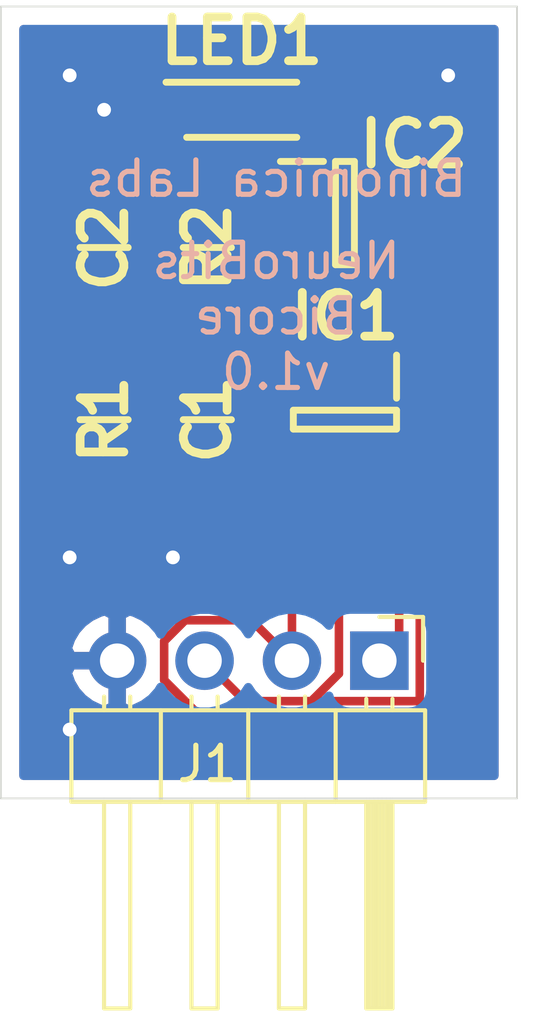
<source format=kicad_pcb>
(kicad_pcb (version 20171130) (host pcbnew "(5.1.9)-1")

  (general
    (thickness 1.6)
    (drawings 6)
    (tracks 61)
    (zones 0)
    (modules 8)
    (nets 8)
  )

  (page A4)
  (layers
    (0 F.Cu signal)
    (31 B.Cu signal hide)
    (32 B.Adhes user)
    (33 F.Adhes user)
    (34 B.Paste user hide)
    (35 F.Paste user)
    (36 B.SilkS user hide)
    (37 F.SilkS user)
    (38 B.Mask user)
    (39 F.Mask user)
    (40 Dwgs.User user hide)
    (41 Cmts.User user)
    (42 Eco1.User user)
    (43 Eco2.User user)
    (44 Edge.Cuts user)
    (45 Margin user)
    (46 B.CrtYd user hide)
    (47 F.CrtYd user hide)
    (48 B.Fab user)
    (49 F.Fab user)
  )

  (setup
    (last_trace_width 0.25)
    (user_trace_width 0.5)
    (trace_clearance 0.2)
    (zone_clearance 0.508)
    (zone_45_only no)
    (trace_min 0.2)
    (via_size 0.8)
    (via_drill 0.4)
    (via_min_size 0.4)
    (via_min_drill 0.3)
    (uvia_size 0.3)
    (uvia_drill 0.1)
    (uvias_allowed no)
    (uvia_min_size 0.2)
    (uvia_min_drill 0.1)
    (edge_width 0.05)
    (segment_width 0.2)
    (pcb_text_width 0.3)
    (pcb_text_size 1.5 1.5)
    (mod_edge_width 0.12)
    (mod_text_size 1 1)
    (mod_text_width 0.15)
    (pad_size 1.524 1.524)
    (pad_drill 0.762)
    (pad_to_mask_clearance 0)
    (aux_axis_origin 0 0)
    (visible_elements 7FFFFFFF)
    (pcbplotparams
      (layerselection 0x010fc_ffffffff)
      (usegerberextensions false)
      (usegerberattributes true)
      (usegerberadvancedattributes true)
      (creategerberjobfile true)
      (excludeedgelayer true)
      (linewidth 0.100000)
      (plotframeref false)
      (viasonmask false)
      (mode 1)
      (useauxorigin false)
      (hpglpennumber 1)
      (hpglpenspeed 20)
      (hpglpendiameter 15.000000)
      (psnegative false)
      (psa4output false)
      (plotreference true)
      (plotvalue true)
      (plotinvisibletext false)
      (padsonsilk false)
      (subtractmaskfromsilk false)
      (outputformat 1)
      (mirror false)
      (drillshape 0)
      (scaleselection 1)
      (outputdirectory "../../../../Desktop/bicore"))
  )

  (net 0 "")
  (net 1 INPUT)
  (net 2 "Net-(C1-Pad1)")
  (net 3 GND)
  (net 4 VCC)
  (net 5 "Net-(C2-Pad2)")
  (net 6 "Net-(C2-Pad1)")
  (net 7 OUTPUT)

  (net_class Default "This is the default net class."
    (clearance 0.2)
    (trace_width 0.25)
    (via_dia 0.8)
    (via_drill 0.4)
    (uvia_dia 0.3)
    (uvia_drill 0.1)
    (add_net GND)
    (add_net INPUT)
    (add_net "Net-(C1-Pad1)")
    (add_net "Net-(C2-Pad1)")
    (add_net "Net-(C2-Pad2)")
    (add_net OUTPUT)
    (add_net VCC)
  )

  (module SamacSys_Parts:RESC3216X65N (layer F.Cu) (tedit 5F3F01A4) (tstamp 60796E56)
    (at 113 -15 270)
    (descr RCS1206100RFKEA)
    (tags Resistor)
    (path /6073836C)
    (attr smd)
    (fp_text reference R2 (at 0 0 270) (layer F.SilkS)
      (effects (font (size 1.27 1.27) (thickness 0.254)))
    )
    (fp_text value RCS1206100RFKEA (at 3 -21 180) (layer F.SilkS) hide
      (effects (font (size 1.27 1.27) (thickness 0.254)))
    )
    (fp_line (start -2.275 -1.15) (end 2.275 -1.15) (layer Dwgs.User) (width 0.05))
    (fp_line (start 2.275 -1.15) (end 2.275 1.15) (layer Dwgs.User) (width 0.05))
    (fp_line (start 2.275 1.15) (end -2.275 1.15) (layer Dwgs.User) (width 0.05))
    (fp_line (start -2.275 1.15) (end -2.275 -1.15) (layer Dwgs.User) (width 0.05))
    (fp_line (start -1.575 -0.8) (end 1.575 -0.8) (layer Dwgs.User) (width 0.1))
    (fp_line (start 1.575 -0.8) (end 1.575 0.8) (layer Dwgs.User) (width 0.1))
    (fp_line (start 1.575 0.8) (end -1.575 0.8) (layer Dwgs.User) (width 0.1))
    (fp_line (start -1.575 0.8) (end -1.575 -0.8) (layer Dwgs.User) (width 0.1))
    (fp_line (start 0 -0.7) (end 0 0.7) (layer F.SilkS) (width 0.2))
    (pad 2 smd rect (at 1.5 0 270) (size 1.05 1.8) (layers F.Cu F.Paste F.Mask)
      (net 3 GND))
    (pad 1 smd rect (at -1.5 0 270) (size 1.05 1.8) (layers F.Cu F.Paste F.Mask)
      (net 6 "Net-(C2-Pad1)"))
  )

  (module SamacSys_Parts:RESC3216X65N (layer F.Cu) (tedit 5F3F01A4) (tstamp 60796DC7)
    (at 110 -10 270)
    (descr RCS1206100RFKEA)
    (tags Resistor)
    (path /6071E836)
    (attr smd)
    (fp_text reference R1 (at 0 0 270) (layer F.SilkS)
      (effects (font (size 1.27 1.27) (thickness 0.254)))
    )
    (fp_text value RCS1206100RFKEA (at 4 -24 180) (layer F.SilkS) hide
      (effects (font (size 1.27 1.27) (thickness 0.254)))
    )
    (fp_line (start -2.275 -1.15) (end 2.275 -1.15) (layer Dwgs.User) (width 0.05))
    (fp_line (start 2.275 -1.15) (end 2.275 1.15) (layer Dwgs.User) (width 0.05))
    (fp_line (start 2.275 1.15) (end -2.275 1.15) (layer Dwgs.User) (width 0.05))
    (fp_line (start -2.275 1.15) (end -2.275 -1.15) (layer Dwgs.User) (width 0.05))
    (fp_line (start -1.575 -0.8) (end 1.575 -0.8) (layer Dwgs.User) (width 0.1))
    (fp_line (start 1.575 -0.8) (end 1.575 0.8) (layer Dwgs.User) (width 0.1))
    (fp_line (start 1.575 0.8) (end -1.575 0.8) (layer Dwgs.User) (width 0.1))
    (fp_line (start -1.575 0.8) (end -1.575 -0.8) (layer Dwgs.User) (width 0.1))
    (fp_line (start 0 -0.7) (end 0 0.7) (layer F.SilkS) (width 0.2))
    (pad 2 smd rect (at 1.5 0 270) (size 1.05 1.8) (layers F.Cu F.Paste F.Mask)
      (net 3 GND))
    (pad 1 smd rect (at -1.5 0 270) (size 1.05 1.8) (layers F.Cu F.Paste F.Mask)
      (net 2 "Net-(C1-Pad1)"))
  )

  (module SamacSys_Parts:LEDM3216X130N (layer F.Cu) (tedit 6079126F) (tstamp 60796B44)
    (at 114 -19)
    (descr 156120RS75000)
    (tags LED)
    (path /60797BDE)
    (attr smd)
    (fp_text reference LED1 (at 0 -2) (layer F.SilkS)
      (effects (font (size 1.27 1.27) (thickness 0.254)))
    )
    (fp_text value 156120RS75000 (at 19 1) (layer F.SilkS) hide
      (effects (font (size 1.27 1.27) (thickness 0.254)))
    )
    (fp_line (start -2.45 -1.1) (end 2.45 -1.1) (layer Dwgs.User) (width 0.05))
    (fp_line (start 2.45 -1.1) (end 2.45 1.1) (layer Dwgs.User) (width 0.05))
    (fp_line (start 2.45 1.1) (end -2.45 1.1) (layer Dwgs.User) (width 0.05))
    (fp_line (start -2.45 1.1) (end -2.45 -1.1) (layer Dwgs.User) (width 0.05))
    (fp_line (start -1.6 -0.8) (end 1.6 -0.8) (layer Dwgs.User) (width 0.1))
    (fp_line (start 1.6 -0.8) (end 1.6 0.8) (layer Dwgs.User) (width 0.1))
    (fp_line (start 1.6 0.8) (end -1.6 0.8) (layer Dwgs.User) (width 0.1))
    (fp_line (start -1.6 0.8) (end -1.6 -0.8) (layer Dwgs.User) (width 0.1))
    (fp_line (start -1.6 -0.15) (end -0.95 -0.8) (layer Dwgs.User) (width 0.1))
    (fp_line (start 1.6 -0.8) (end -2.2 -0.8) (layer F.SilkS) (width 0.2))
    (fp_line (start -1.6 0.8) (end 1.6 0.8) (layer F.SilkS) (width 0.2))
    (pad 2 smd rect (at 1.55 0) (size 1.3 1.45) (layers F.Cu F.Paste F.Mask)
      (net 1 INPUT))
    (pad 1 smd rect (at -1.55 0) (size 1.3 1.45) (layers F.Cu F.Paste F.Mask)
      (net 7 OUTPUT))
  )

  (module SamacSys_Parts:SOT95P275X110-5N (layer F.Cu) (tedit 607321C8) (tstamp 6073A2BD)
    (at 117 -16)
    (descr NLTSOP-5)
    (tags "Integrated Circuit")
    (path /607383A1)
    (attr smd)
    (fp_text reference IC2 (at 2 -2) (layer F.SilkS)
      (effects (font (size 1.27 1.27) (thickness 0.254)))
    )
    (fp_text value NL17SZ14DBVT1G (at 16 0) (layer F.SilkS) hide
      (effects (font (size 1.27 1.27) (thickness 0.254)))
    )
    (fp_line (start -2.125 -1.825) (end 2.125 -1.825) (layer Dwgs.User) (width 0.05))
    (fp_line (start 2.125 -1.825) (end 2.125 1.825) (layer Dwgs.User) (width 0.05))
    (fp_line (start 2.125 1.825) (end -2.125 1.825) (layer Dwgs.User) (width 0.05))
    (fp_line (start -2.125 1.825) (end -2.125 -1.825) (layer Dwgs.User) (width 0.05))
    (fp_line (start -0.75 -1.5) (end 0.75 -1.5) (layer Dwgs.User) (width 0.1))
    (fp_line (start 0.75 -1.5) (end 0.75 1.5) (layer Dwgs.User) (width 0.1))
    (fp_line (start 0.75 1.5) (end -0.75 1.5) (layer Dwgs.User) (width 0.1))
    (fp_line (start -0.75 1.5) (end -0.75 -1.5) (layer Dwgs.User) (width 0.1))
    (fp_line (start -0.75 -0.55) (end 0.2 -1.5) (layer Dwgs.User) (width 0.1))
    (fp_line (start -0.275 -1.5) (end 0.275 -1.5) (layer F.SilkS) (width 0.2))
    (fp_line (start 0.275 -1.5) (end 0.275 1.5) (layer F.SilkS) (width 0.2))
    (fp_line (start 0.275 1.5) (end -0.275 1.5) (layer F.SilkS) (width 0.2))
    (fp_line (start -0.275 1.5) (end -0.275 -1.5) (layer F.SilkS) (width 0.2))
    (fp_line (start -1.875 -1.5) (end -0.625 -1.5) (layer F.SilkS) (width 0.2))
    (pad 5 smd rect (at 1.25 -0.95 90) (size 0.6 1.25) (layers F.Cu F.Paste F.Mask)
      (net 4 VCC))
    (pad 4 smd rect (at 1.25 0.95 90) (size 0.6 1.25) (layers F.Cu F.Paste F.Mask)
      (net 1 INPUT))
    (pad 3 smd rect (at -1.25 0.95 90) (size 0.6 1.25) (layers F.Cu F.Paste F.Mask)
      (net 3 GND))
    (pad 2 smd rect (at -1.25 0 90) (size 0.6 1.25) (layers F.Cu F.Paste F.Mask)
      (net 6 "Net-(C2-Pad1)"))
    (pad 1 smd rect (at -1.25 -0.95 90) (size 0.6 1.25) (layers F.Cu F.Paste F.Mask))
  )

  (module SamacSys_Parts:SOT95P275X110-5N (layer F.Cu) (tedit 607321C8) (tstamp 60739E3B)
    (at 117 -10 270)
    (descr NLTSOP-5)
    (tags "Integrated Circuit")
    (path /607324EA)
    (attr smd)
    (fp_text reference IC1 (at -3 0 180) (layer F.SilkS)
      (effects (font (size 1.27 1.27) (thickness 0.254)))
    )
    (fp_text value NL17SZ14DBVT1G (at -4 -17 180) (layer F.SilkS) hide
      (effects (font (size 1.27 1.27) (thickness 0.254)))
    )
    (fp_line (start -2.125 -1.825) (end 2.125 -1.825) (layer Dwgs.User) (width 0.05))
    (fp_line (start 2.125 -1.825) (end 2.125 1.825) (layer Dwgs.User) (width 0.05))
    (fp_line (start 2.125 1.825) (end -2.125 1.825) (layer Dwgs.User) (width 0.05))
    (fp_line (start -2.125 1.825) (end -2.125 -1.825) (layer Dwgs.User) (width 0.05))
    (fp_line (start -0.75 -1.5) (end 0.75 -1.5) (layer Dwgs.User) (width 0.1))
    (fp_line (start 0.75 -1.5) (end 0.75 1.5) (layer Dwgs.User) (width 0.1))
    (fp_line (start 0.75 1.5) (end -0.75 1.5) (layer Dwgs.User) (width 0.1))
    (fp_line (start -0.75 1.5) (end -0.75 -1.5) (layer Dwgs.User) (width 0.1))
    (fp_line (start -0.75 -0.55) (end 0.2 -1.5) (layer Dwgs.User) (width 0.1))
    (fp_line (start -0.275 -1.5) (end 0.275 -1.5) (layer F.SilkS) (width 0.2))
    (fp_line (start 0.275 -1.5) (end 0.275 1.5) (layer F.SilkS) (width 0.2))
    (fp_line (start 0.275 1.5) (end -0.275 1.5) (layer F.SilkS) (width 0.2))
    (fp_line (start -0.275 1.5) (end -0.275 -1.5) (layer F.SilkS) (width 0.2))
    (fp_line (start -1.875 -1.5) (end -0.625 -1.5) (layer F.SilkS) (width 0.2))
    (pad 5 smd rect (at 1.25 -0.95) (size 0.6 1.25) (layers F.Cu F.Paste F.Mask)
      (net 4 VCC))
    (pad 4 smd rect (at 1.25 0.95) (size 0.6 1.25) (layers F.Cu F.Paste F.Mask)
      (net 5 "Net-(C2-Pad2)"))
    (pad 3 smd rect (at -1.25 0.95) (size 0.6 1.25) (layers F.Cu F.Paste F.Mask)
      (net 3 GND))
    (pad 2 smd rect (at -1.25 0) (size 0.6 1.25) (layers F.Cu F.Paste F.Mask)
      (net 2 "Net-(C1-Pad1)"))
    (pad 1 smd rect (at -1.25 -0.95) (size 0.6 1.25) (layers F.Cu F.Paste F.Mask))
  )

  (module SamacSys_Parts:CAPC3216X180N (layer F.Cu) (tedit 5F5EECBB) (tstamp 6073A5D7)
    (at 110 -15 270)
    (descr "GRM31_0.20 L=3.2mm W=1.6mm T=1.6mm")
    (tags Capacitor)
    (path /6073837A)
    (attr smd)
    (fp_text reference C2 (at 0 0 270) (layer F.SilkS)
      (effects (font (size 1.27 1.27) (thickness 0.254)))
    )
    (fp_text value GRM31CR70J106KA01L (at 5 -24 180) (layer F.SilkS) hide
      (effects (font (size 1.27 1.27) (thickness 0.254)))
    )
    (fp_line (start -2.065 -1.06) (end 2.065 -1.06) (layer Dwgs.User) (width 0.05))
    (fp_line (start 2.065 -1.06) (end 2.065 1.06) (layer Dwgs.User) (width 0.05))
    (fp_line (start 2.065 1.06) (end -2.065 1.06) (layer Dwgs.User) (width 0.05))
    (fp_line (start -2.065 1.06) (end -2.065 -1.06) (layer Dwgs.User) (width 0.05))
    (fp_line (start -1.6 -0.8) (end 1.6 -0.8) (layer Dwgs.User) (width 0.1))
    (fp_line (start 1.6 -0.8) (end 1.6 0.8) (layer Dwgs.User) (width 0.1))
    (fp_line (start 1.6 0.8) (end -1.6 0.8) (layer Dwgs.User) (width 0.1))
    (fp_line (start -1.6 0.8) (end -1.6 -0.8) (layer Dwgs.User) (width 0.1))
    (fp_line (start 0 -0.7) (end 0 0.7) (layer F.SilkS) (width 0.2))
    (pad 2 smd rect (at 1.38 0 270) (size 1.07 1.82) (layers F.Cu F.Paste F.Mask)
      (net 5 "Net-(C2-Pad2)"))
    (pad 1 smd rect (at -1.38 0 270) (size 1.07 1.82) (layers F.Cu F.Paste F.Mask)
      (net 6 "Net-(C2-Pad1)"))
  )

  (module SamacSys_Parts:CAPC3216X180N (layer F.Cu) (tedit 5F5EECBB) (tstamp 60739BC0)
    (at 113 -10 270)
    (descr "GRM31_0.20 L=3.2mm W=1.6mm T=1.6mm")
    (tags Capacitor)
    (path /6071F785)
    (attr smd)
    (fp_text reference C1 (at 0 0 270) (layer F.SilkS)
      (effects (font (size 1.27 1.27) (thickness 0.254)))
    )
    (fp_text value GRM31CR70J106KA01L (at 2 -21 180) (layer F.SilkS) hide
      (effects (font (size 1.27 1.27) (thickness 0.254)))
    )
    (fp_line (start -2.065 -1.06) (end 2.065 -1.06) (layer Dwgs.User) (width 0.05))
    (fp_line (start 2.065 -1.06) (end 2.065 1.06) (layer Dwgs.User) (width 0.05))
    (fp_line (start 2.065 1.06) (end -2.065 1.06) (layer Dwgs.User) (width 0.05))
    (fp_line (start -2.065 1.06) (end -2.065 -1.06) (layer Dwgs.User) (width 0.05))
    (fp_line (start -1.6 -0.8) (end 1.6 -0.8) (layer Dwgs.User) (width 0.1))
    (fp_line (start 1.6 -0.8) (end 1.6 0.8) (layer Dwgs.User) (width 0.1))
    (fp_line (start 1.6 0.8) (end -1.6 0.8) (layer Dwgs.User) (width 0.1))
    (fp_line (start -1.6 0.8) (end -1.6 -0.8) (layer Dwgs.User) (width 0.1))
    (fp_line (start 0 -0.7) (end 0 0.7) (layer F.SilkS) (width 0.2))
    (pad 2 smd rect (at 1.38 0 270) (size 1.07 1.82) (layers F.Cu F.Paste F.Mask)
      (net 7 OUTPUT))
    (pad 1 smd rect (at -1.38 0 270) (size 1.07 1.82) (layers F.Cu F.Paste F.Mask)
      (net 2 "Net-(C1-Pad1)"))
  )

  (module Connector_PinHeader_2.54mm:PinHeader_1x04_P2.54mm_Horizontal (layer F.Cu) (tedit 59FED5CB) (tstamp 60724BA0)
    (at 118 -3 270)
    (descr "Through hole angled pin header, 1x04, 2.54mm pitch, 6mm pin length, single row")
    (tags "Through hole angled pin header THT 1x04 2.54mm single row")
    (path /60737886)
    (fp_text reference J1 (at 3 5 180) (layer F.SilkS)
      (effects (font (size 1 1) (thickness 0.15)))
    )
    (fp_text value Conn_01x04_Female (at 5 3 180) (layer F.Fab)
      (effects (font (size 1 1) (thickness 0.15)))
    )
    (fp_line (start 10.55 -1.8) (end -1.8 -1.8) (layer F.CrtYd) (width 0.05))
    (fp_line (start 10.55 9.4) (end 10.55 -1.8) (layer F.CrtYd) (width 0.05))
    (fp_line (start -1.8 9.4) (end 10.55 9.4) (layer F.CrtYd) (width 0.05))
    (fp_line (start -1.8 -1.8) (end -1.8 9.4) (layer F.CrtYd) (width 0.05))
    (fp_line (start -1.27 -1.27) (end 0 -1.27) (layer F.SilkS) (width 0.12))
    (fp_line (start -1.27 0) (end -1.27 -1.27) (layer F.SilkS) (width 0.12))
    (fp_line (start 1.042929 8) (end 1.44 8) (layer F.SilkS) (width 0.12))
    (fp_line (start 1.042929 7.24) (end 1.44 7.24) (layer F.SilkS) (width 0.12))
    (fp_line (start 10.1 8) (end 4.1 8) (layer F.SilkS) (width 0.12))
    (fp_line (start 10.1 7.24) (end 10.1 8) (layer F.SilkS) (width 0.12))
    (fp_line (start 4.1 7.24) (end 10.1 7.24) (layer F.SilkS) (width 0.12))
    (fp_line (start 1.44 6.35) (end 4.1 6.35) (layer F.SilkS) (width 0.12))
    (fp_line (start 1.042929 5.46) (end 1.44 5.46) (layer F.SilkS) (width 0.12))
    (fp_line (start 1.042929 4.7) (end 1.44 4.7) (layer F.SilkS) (width 0.12))
    (fp_line (start 10.1 5.46) (end 4.1 5.46) (layer F.SilkS) (width 0.12))
    (fp_line (start 10.1 4.7) (end 10.1 5.46) (layer F.SilkS) (width 0.12))
    (fp_line (start 4.1 4.7) (end 10.1 4.7) (layer F.SilkS) (width 0.12))
    (fp_line (start 1.44 3.81) (end 4.1 3.81) (layer F.SilkS) (width 0.12))
    (fp_line (start 1.042929 2.92) (end 1.44 2.92) (layer F.SilkS) (width 0.12))
    (fp_line (start 1.042929 2.16) (end 1.44 2.16) (layer F.SilkS) (width 0.12))
    (fp_line (start 10.1 2.92) (end 4.1 2.92) (layer F.SilkS) (width 0.12))
    (fp_line (start 10.1 2.16) (end 10.1 2.92) (layer F.SilkS) (width 0.12))
    (fp_line (start 4.1 2.16) (end 10.1 2.16) (layer F.SilkS) (width 0.12))
    (fp_line (start 1.44 1.27) (end 4.1 1.27) (layer F.SilkS) (width 0.12))
    (fp_line (start 1.11 0.38) (end 1.44 0.38) (layer F.SilkS) (width 0.12))
    (fp_line (start 1.11 -0.38) (end 1.44 -0.38) (layer F.SilkS) (width 0.12))
    (fp_line (start 4.1 0.28) (end 10.1 0.28) (layer F.SilkS) (width 0.12))
    (fp_line (start 4.1 0.16) (end 10.1 0.16) (layer F.SilkS) (width 0.12))
    (fp_line (start 4.1 0.04) (end 10.1 0.04) (layer F.SilkS) (width 0.12))
    (fp_line (start 4.1 -0.08) (end 10.1 -0.08) (layer F.SilkS) (width 0.12))
    (fp_line (start 4.1 -0.2) (end 10.1 -0.2) (layer F.SilkS) (width 0.12))
    (fp_line (start 4.1 -0.32) (end 10.1 -0.32) (layer F.SilkS) (width 0.12))
    (fp_line (start 10.1 0.38) (end 4.1 0.38) (layer F.SilkS) (width 0.12))
    (fp_line (start 10.1 -0.38) (end 10.1 0.38) (layer F.SilkS) (width 0.12))
    (fp_line (start 4.1 -0.38) (end 10.1 -0.38) (layer F.SilkS) (width 0.12))
    (fp_line (start 4.1 -1.33) (end 1.44 -1.33) (layer F.SilkS) (width 0.12))
    (fp_line (start 4.1 8.95) (end 4.1 -1.33) (layer F.SilkS) (width 0.12))
    (fp_line (start 1.44 8.95) (end 4.1 8.95) (layer F.SilkS) (width 0.12))
    (fp_line (start 1.44 -1.33) (end 1.44 8.95) (layer F.SilkS) (width 0.12))
    (fp_line (start 4.04 7.94) (end 10.04 7.94) (layer F.Fab) (width 0.1))
    (fp_line (start 10.04 7.3) (end 10.04 7.94) (layer F.Fab) (width 0.1))
    (fp_line (start 4.04 7.3) (end 10.04 7.3) (layer F.Fab) (width 0.1))
    (fp_line (start -0.32 7.94) (end 1.5 7.94) (layer F.Fab) (width 0.1))
    (fp_line (start -0.32 7.3) (end -0.32 7.94) (layer F.Fab) (width 0.1))
    (fp_line (start -0.32 7.3) (end 1.5 7.3) (layer F.Fab) (width 0.1))
    (fp_line (start 4.04 5.4) (end 10.04 5.4) (layer F.Fab) (width 0.1))
    (fp_line (start 10.04 4.76) (end 10.04 5.4) (layer F.Fab) (width 0.1))
    (fp_line (start 4.04 4.76) (end 10.04 4.76) (layer F.Fab) (width 0.1))
    (fp_line (start -0.32 5.4) (end 1.5 5.4) (layer F.Fab) (width 0.1))
    (fp_line (start -0.32 4.76) (end -0.32 5.4) (layer F.Fab) (width 0.1))
    (fp_line (start -0.32 4.76) (end 1.5 4.76) (layer F.Fab) (width 0.1))
    (fp_line (start 4.04 2.86) (end 10.04 2.86) (layer F.Fab) (width 0.1))
    (fp_line (start 10.04 2.22) (end 10.04 2.86) (layer F.Fab) (width 0.1))
    (fp_line (start 4.04 2.22) (end 10.04 2.22) (layer F.Fab) (width 0.1))
    (fp_line (start -0.32 2.86) (end 1.5 2.86) (layer F.Fab) (width 0.1))
    (fp_line (start -0.32 2.22) (end -0.32 2.86) (layer F.Fab) (width 0.1))
    (fp_line (start -0.32 2.22) (end 1.5 2.22) (layer F.Fab) (width 0.1))
    (fp_line (start 4.04 0.32) (end 10.04 0.32) (layer F.Fab) (width 0.1))
    (fp_line (start 10.04 -0.32) (end 10.04 0.32) (layer F.Fab) (width 0.1))
    (fp_line (start 4.04 -0.32) (end 10.04 -0.32) (layer F.Fab) (width 0.1))
    (fp_line (start -0.32 0.32) (end 1.5 0.32) (layer F.Fab) (width 0.1))
    (fp_line (start -0.32 -0.32) (end -0.32 0.32) (layer F.Fab) (width 0.1))
    (fp_line (start -0.32 -0.32) (end 1.5 -0.32) (layer F.Fab) (width 0.1))
    (fp_line (start 1.5 -0.635) (end 2.135 -1.27) (layer F.Fab) (width 0.1))
    (fp_line (start 1.5 8.89) (end 1.5 -0.635) (layer F.Fab) (width 0.1))
    (fp_line (start 4.04 8.89) (end 1.5 8.89) (layer F.Fab) (width 0.1))
    (fp_line (start 4.04 -1.27) (end 4.04 8.89) (layer F.Fab) (width 0.1))
    (fp_line (start 2.135 -1.27) (end 4.04 -1.27) (layer F.Fab) (width 0.1))
    (fp_text user %R (at 2.77 3.81) (layer F.Fab)
      (effects (font (size 1 1) (thickness 0.15)))
    )
    (pad 4 thru_hole oval (at 0 7.62 270) (size 1.7 1.7) (drill 1) (layers *.Cu *.Mask)
      (net 3 GND))
    (pad 3 thru_hole oval (at 0 5.08 270) (size 1.7 1.7) (drill 1) (layers *.Cu *.Mask)
      (net 4 VCC))
    (pad 2 thru_hole oval (at 0 2.54 270) (size 1.7 1.7) (drill 1) (layers *.Cu *.Mask)
      (net 7 OUTPUT))
    (pad 1 thru_hole rect (at 0 0 270) (size 1.7 1.7) (drill 1) (layers *.Cu *.Mask)
      (net 1 INPUT))
    (model ${KISYS3DMOD}/Connector_PinHeader_2.54mm.3dshapes/PinHeader_1x04_P2.54mm_Horizontal.wrl
      (at (xyz 0 0 0))
      (scale (xyz 1 1 1))
      (rotate (xyz 0 0 0))
    )
  )

  (gr_text "Binomica Labs" (at 115 -17) (layer B.SilkS)
    (effects (font (size 1 1) (thickness 0.15)) (justify mirror))
  )
  (gr_text "NeuroBits\nBicore\nv1.0" (at 115 -13) (layer B.SilkS)
    (effects (font (size 1 1) (thickness 0.15)) (justify mirror))
  )
  (gr_line (start 122 1) (end 107 1) (layer Edge.Cuts) (width 0.05) (tstamp 6073967D))
  (gr_line (start 122 -22) (end 122 1) (layer Edge.Cuts) (width 0.05))
  (gr_line (start 107 -22) (end 122 -22) (layer Edge.Cuts) (width 0.05))
  (gr_line (start 107 1) (end 107 -22) (layer Edge.Cuts) (width 0.05))

  (segment (start 118.575001 -3.575001) (end 118 -3) (width 0.25) (layer F.Cu) (net 1))
  (segment (start 118.575001 -14.724999) (end 118.575001 -3.575001) (width 0.25) (layer F.Cu) (net 1))
  (segment (start 118.25 -15.05) (end 118.575001 -14.724999) (width 0.25) (layer F.Cu) (net 1))
  (segment (start 118.25 -15.05) (end 117 -16.3) (width 0.25) (layer F.Cu) (net 1))
  (segment (start 117 -16.3) (end 117 -19) (width 0.25) (layer F.Cu) (net 1))
  (segment (start 117 -19) (end 115.55 -19) (width 0.25) (layer F.Cu) (net 1))
  (segment (start 112.88 -11.5) (end 113 -11.38) (width 0.25) (layer F.Cu) (net 2))
  (segment (start 110 -11.5) (end 112.88 -11.5) (width 0.25) (layer F.Cu) (net 2))
  (segment (start 113 -11.38) (end 114.16 -11.38) (width 0.25) (layer F.Cu) (net 2))
  (segment (start 114.16 -11.38) (end 115.240001 -10.299999) (width 0.25) (layer F.Cu) (net 2))
  (segment (start 117 -10.689998) (end 117 -11.25) (width 0.25) (layer F.Cu) (net 2))
  (segment (start 115.240001 -10.299999) (end 116.610001 -10.299999) (width 0.25) (layer F.Cu) (net 2))
  (segment (start 116.610001 -10.299999) (end 117 -10.689998) (width 0.25) (layer F.Cu) (net 2))
  (via (at 109 -20) (size 0.8) (drill 0.4) (layers F.Cu B.Cu) (net 3))
  (via (at 120 -20) (size 0.8) (drill 0.4) (layers F.Cu B.Cu) (net 3))
  (via (at 109 -6) (size 0.8) (drill 0.4) (layers F.Cu B.Cu) (net 3))
  (via (at 112 -6) (size 0.8) (drill 0.4) (layers F.Cu B.Cu) (net 3))
  (via (at 109 -1) (size 0.8) (drill 0.4) (layers F.Cu B.Cu) (net 3))
  (via (at 110 -19) (size 0.8) (drill 0.4) (layers F.Cu B.Cu) (net 3))
  (segment (start 114.095001 -1.824999) (end 112.92 -3) (width 0.25) (layer F.Cu) (net 4))
  (segment (start 116.024001 -1.824999) (end 114.095001 -1.824999) (width 0.25) (layer F.Cu) (net 4))
  (segment (start 116.175001 -1.824999) (end 116.099501 -1.900499) (width 0.25) (layer F.Cu) (net 4))
  (segment (start 119.110001 -1.824999) (end 116.175001 -1.824999) (width 0.25) (layer F.Cu) (net 4))
  (segment (start 119.175001 -1.889999) (end 119.110001 -1.824999) (width 0.25) (layer F.Cu) (net 4))
  (segment (start 116.099501 -1.900499) (end 116.024001 -1.824999) (width 0.25) (layer F.Cu) (net 4))
  (segment (start 119.175001 -10.824999) (end 119.175001 -1.889999) (width 0.25) (layer F.Cu) (net 4))
  (segment (start 118.25 -16.95) (end 119.05 -16.95) (width 0.25) (layer F.Cu) (net 4))
  (segment (start 119.200001 -16.799999) (end 119.05 -16.95) (width 0.25) (layer F.Cu) (net 4))
  (segment (start 119.200001 -12.200001) (end 119.200001 -16.799999) (width 0.25) (layer F.Cu) (net 4))
  (segment (start 119.175001 -12.175001) (end 119.200001 -12.200001) (width 0.25) (layer F.Cu) (net 4))
  (segment (start 119.175001 -12.524999) (end 119.175001 -12.175001) (width 0.25) (layer F.Cu) (net 4))
  (segment (start 119.175001 -12.175001) (end 119.175001 -10.824999) (width 0.25) (layer F.Cu) (net 4))
  (segment (start 116.824999 -2.625997) (end 116.099501 -1.900499) (width 0.25) (layer F.Cu) (net 4))
  (segment (start 117.95 -8.75) (end 116.824999 -7.624999) (width 0.25) (layer F.Cu) (net 4))
  (segment (start 116.824999 -7.624999) (end 116.824999 -2.625997) (width 0.25) (layer F.Cu) (net 4))
  (segment (start 114.95001 -9.84999) (end 116.05 -8.75) (width 0.25) (layer F.Cu) (net 5))
  (segment (start 110 -13.62) (end 108.774999 -12.394999) (width 0.25) (layer F.Cu) (net 5))
  (segment (start 108.774999 -12.394999) (end 108.774999 -10.714999) (width 0.25) (layer F.Cu) (net 5))
  (segment (start 108.774999 -10.714999) (end 109.640008 -9.84999) (width 0.25) (layer F.Cu) (net 5))
  (segment (start 109.640008 -9.84999) (end 114.95001 -9.84999) (width 0.25) (layer F.Cu) (net 5))
  (segment (start 112.88 -16.38) (end 113 -16.5) (width 0.25) (layer F.Cu) (net 6))
  (segment (start 110 -16.38) (end 112.88 -16.38) (width 0.25) (layer F.Cu) (net 6))
  (segment (start 113 -16.5) (end 113.200001 -16.299999) (width 0.25) (layer F.Cu) (net 6))
  (segment (start 113 -16.5) (end 113.5 -16.5) (width 0.25) (layer F.Cu) (net 6))
  (segment (start 114 -16) (end 115.75 -16) (width 0.25) (layer F.Cu) (net 6))
  (segment (start 113.5 -16.5) (end 114 -16) (width 0.25) (layer F.Cu) (net 6))
  (segment (start 115 -3.46) (end 115.46 -3) (width 0.25) (layer F.Cu) (net 7))
  (segment (start 113 -8.62) (end 113 -8) (width 0.25) (layer F.Cu) (net 7))
  (segment (start 115.46 -5.54) (end 115.46 -3) (width 0.25) (layer F.Cu) (net 7))
  (segment (start 113 -8) (end 115.46 -5.54) (width 0.25) (layer F.Cu) (net 7))
  (segment (start 113.500001 -20.050001) (end 112.45 -19) (width 0.25) (layer F.Cu) (net 7))
  (segment (start 116.660001 -20.050001) (end 113.500001 -20.050001) (width 0.25) (layer F.Cu) (net 7))
  (segment (start 119.296402 -1.37499) (end 120 -2.078588) (width 0.25) (layer F.Cu) (net 7))
  (segment (start 112.806008 -1.37499) (end 119.296402 -1.37499) (width 0.25) (layer F.Cu) (net 7))
  (segment (start 111.744999 -2.435999) (end 112.806008 -1.37499) (width 0.25) (layer F.Cu) (net 7))
  (segment (start 120 -2.078588) (end 120 -16.710002) (width 0.25) (layer F.Cu) (net 7))
  (segment (start 111.744999 -3.564001) (end 111.744999 -2.435999) (width 0.25) (layer F.Cu) (net 7))
  (segment (start 112.355999 -4.175001) (end 111.744999 -3.564001) (width 0.25) (layer F.Cu) (net 7))
  (segment (start 120 -16.710002) (end 116.660001 -20.050001) (width 0.25) (layer F.Cu) (net 7))
  (segment (start 114.284999 -4.175001) (end 112.355999 -4.175001) (width 0.25) (layer F.Cu) (net 7))
  (segment (start 115.46 -3) (end 114.284999 -4.175001) (width 0.25) (layer F.Cu) (net 7))

  (zone (net 3) (net_name GND) (layer F.Cu) (tstamp 60797046) (hatch edge 0.508)
    (connect_pads (clearance 0.508))
    (min_thickness 0.254)
    (fill yes (arc_segments 32) (thermal_gap 0.508) (thermal_bridge_width 0.508))
    (polygon
      (pts
        (xy 122 1) (xy 107 1) (xy 107 -22) (xy 122 -22)
      )
    )
    (filled_polygon
      (pts
        (xy 121.340001 0.34) (xy 107.66 0.34) (xy 107.66 -2.643109) (xy 108.938519 -2.643109) (xy 109.035843 -2.368748)
        (xy 109.184822 -2.118645) (xy 109.379731 -1.902412) (xy 109.61308 -1.728359) (xy 109.875901 -1.603175) (xy 110.02311 -1.558524)
        (xy 110.253 -1.679845) (xy 110.253 -2.873) (xy 109.059186 -2.873) (xy 108.938519 -2.643109) (xy 107.66 -2.643109)
        (xy 107.66 -3.356891) (xy 108.938519 -3.356891) (xy 109.059186 -3.127) (xy 110.253 -3.127) (xy 110.253 -4.320155)
        (xy 110.02311 -4.441476) (xy 109.875901 -4.396825) (xy 109.61308 -4.271641) (xy 109.379731 -4.097588) (xy 109.184822 -3.881355)
        (xy 109.035843 -3.631252) (xy 108.938519 -3.356891) (xy 107.66 -3.356891) (xy 107.66 -7.975) (xy 108.461928 -7.975)
        (xy 108.474188 -7.850518) (xy 108.510498 -7.73082) (xy 108.569463 -7.620506) (xy 108.648815 -7.523815) (xy 108.745506 -7.444463)
        (xy 108.85582 -7.385498) (xy 108.975518 -7.349188) (xy 109.1 -7.336928) (xy 109.71425 -7.34) (xy 109.873 -7.49875)
        (xy 109.873 -8.373) (xy 108.62375 -8.373) (xy 108.465 -8.21425) (xy 108.461928 -7.975) (xy 107.66 -7.975)
        (xy 107.66 -12.394999) (xy 108.011323 -12.394999) (xy 108.014999 -12.357676) (xy 108.015 -10.752331) (xy 108.011323 -10.714999)
        (xy 108.015 -10.677666) (xy 108.025997 -10.566013) (xy 108.038797 -10.523815) (xy 108.069453 -10.422753) (xy 108.140025 -10.290723)
        (xy 108.168934 -10.255498) (xy 108.234999 -10.174998) (xy 108.263997 -10.1512) (xy 108.819896 -9.5953) (xy 108.745506 -9.555537)
        (xy 108.648815 -9.476185) (xy 108.569463 -9.379494) (xy 108.510498 -9.26918) (xy 108.474188 -9.149482) (xy 108.461928 -9.025)
        (xy 108.465 -8.78575) (xy 108.62375 -8.627) (xy 109.873 -8.627) (xy 109.873 -8.647) (xy 110.127 -8.647)
        (xy 110.127 -8.627) (xy 110.147 -8.627) (xy 110.147 -8.373) (xy 110.127 -8.373) (xy 110.127 -7.49875)
        (xy 110.28575 -7.34) (xy 110.9 -7.336928) (xy 111.024482 -7.349188) (xy 111.14418 -7.385498) (xy 111.254494 -7.444463)
        (xy 111.351185 -7.523815) (xy 111.430537 -7.620506) (xy 111.489502 -7.73082) (xy 111.51477 -7.814119) (xy 111.559463 -7.730506)
        (xy 111.638815 -7.633815) (xy 111.735506 -7.554463) (xy 111.84582 -7.495498) (xy 111.965518 -7.459188) (xy 112.09 -7.446928)
        (xy 112.475927 -7.446928) (xy 112.488998 -7.436201) (xy 114.7 -5.225198) (xy 114.7 -4.814933) (xy 114.577246 -4.880547)
        (xy 114.433985 -4.924004) (xy 114.322332 -4.935001) (xy 114.322321 -4.935001) (xy 114.284999 -4.938677) (xy 114.247677 -4.935001)
        (xy 112.393321 -4.935001) (xy 112.355998 -4.938677) (xy 112.318675 -4.935001) (xy 112.318666 -4.935001) (xy 112.207013 -4.924004)
        (xy 112.063752 -4.880547) (xy 111.931723 -4.809975) (xy 111.931721 -4.809974) (xy 111.931722 -4.809974) (xy 111.844995 -4.7388)
        (xy 111.844991 -4.738796) (xy 111.815998 -4.715002) (xy 111.792204 -4.686009) (xy 111.279184 -4.172987) (xy 111.14692 -4.271641)
        (xy 110.884099 -4.396825) (xy 110.73689 -4.441476) (xy 110.507 -4.320155) (xy 110.507 -3.127) (xy 110.527 -3.127)
        (xy 110.527 -2.873) (xy 110.507 -2.873) (xy 110.507 -1.679845) (xy 110.73689 -1.558524) (xy 110.884099 -1.603175)
        (xy 111.14692 -1.728359) (xy 111.279184 -1.827013) (xy 112.242209 -0.863987) (xy 112.266007 -0.834989) (xy 112.381732 -0.740016)
        (xy 112.513761 -0.669444) (xy 112.657022 -0.625987) (xy 112.768675 -0.61499) (xy 112.768684 -0.61499) (xy 112.806007 -0.611314)
        (xy 112.84333 -0.61499) (xy 119.25908 -0.61499) (xy 119.296402 -0.611314) (xy 119.333724 -0.61499) (xy 119.333735 -0.61499)
        (xy 119.445388 -0.625987) (xy 119.588649 -0.669444) (xy 119.720678 -0.740016) (xy 119.836403 -0.834989) (xy 119.860205 -0.863992)
        (xy 120.511004 -1.51479) (xy 120.540001 -1.538587) (xy 120.634974 -1.654312) (xy 120.705546 -1.786341) (xy 120.749003 -1.929602)
        (xy 120.76 -2.041255) (xy 120.76 -2.041265) (xy 120.763676 -2.078588) (xy 120.76 -2.115911) (xy 120.76 -16.672679)
        (xy 120.763676 -16.710002) (xy 120.76 -16.747325) (xy 120.76 -16.747335) (xy 120.749003 -16.858988) (xy 120.705546 -17.002249)
        (xy 120.672712 -17.063676) (xy 120.634974 -17.134279) (xy 120.563799 -17.221005) (xy 120.540001 -17.250003) (xy 120.511003 -17.273801)
        (xy 117.223805 -20.560998) (xy 117.200002 -20.590002) (xy 117.084277 -20.684975) (xy 116.952248 -20.755547) (xy 116.808987 -20.799004)
        (xy 116.697334 -20.810001) (xy 116.697323 -20.810001) (xy 116.660001 -20.813677) (xy 116.622679 -20.810001) (xy 113.537326 -20.810001)
        (xy 113.500001 -20.813677) (xy 113.462676 -20.810001) (xy 113.462668 -20.810001) (xy 113.351015 -20.799004) (xy 113.207754 -20.755547)
        (xy 113.075725 -20.684975) (xy 112.96 -20.590002) (xy 112.936202 -20.561004) (xy 112.73827 -20.363072) (xy 111.8 -20.363072)
        (xy 111.675518 -20.350812) (xy 111.55582 -20.314502) (xy 111.445506 -20.255537) (xy 111.348815 -20.176185) (xy 111.269463 -20.079494)
        (xy 111.210498 -19.96918) (xy 111.174188 -19.849482) (xy 111.161928 -19.725) (xy 111.161928 -18.275) (xy 111.174188 -18.150518)
        (xy 111.210498 -18.03082) (xy 111.269463 -17.920506) (xy 111.348815 -17.823815) (xy 111.445506 -17.744463) (xy 111.55582 -17.685498)
        (xy 111.675518 -17.649188) (xy 111.8 -17.636928) (xy 111.929749 -17.636928) (xy 111.85582 -17.614502) (xy 111.745506 -17.555537)
        (xy 111.648815 -17.476185) (xy 111.569463 -17.379494) (xy 111.510498 -17.26918) (xy 111.48523 -17.185881) (xy 111.440537 -17.269494)
        (xy 111.361185 -17.366185) (xy 111.264494 -17.445537) (xy 111.15418 -17.504502) (xy 111.034482 -17.540812) (xy 110.91 -17.553072)
        (xy 109.09 -17.553072) (xy 108.965518 -17.540812) (xy 108.84582 -17.504502) (xy 108.735506 -17.445537) (xy 108.638815 -17.366185)
        (xy 108.559463 -17.269494) (xy 108.500498 -17.15918) (xy 108.464188 -17.039482) (xy 108.451928 -16.915) (xy 108.451928 -15.845)
        (xy 108.464188 -15.720518) (xy 108.500498 -15.60082) (xy 108.559463 -15.490506) (xy 108.638815 -15.393815) (xy 108.735506 -15.314463)
        (xy 108.84582 -15.255498) (xy 108.965518 -15.219188) (xy 109.09 -15.206928) (xy 110.91 -15.206928) (xy 111.034482 -15.219188)
        (xy 111.15418 -15.255498) (xy 111.264494 -15.314463) (xy 111.361185 -15.393815) (xy 111.440537 -15.490506) (xy 111.499502 -15.60082)
        (xy 111.50532 -15.62) (xy 111.569878 -15.62) (xy 111.648815 -15.523815) (xy 111.745506 -15.444463) (xy 111.85582 -15.385498)
        (xy 111.975518 -15.349188) (xy 112.1 -15.336928) (xy 113.628291 -15.336928) (xy 113.707753 -15.294454) (xy 113.851014 -15.250997)
        (xy 113.962667 -15.24) (xy 113.962675 -15.24) (xy 114 -15.236324) (xy 114.037325 -15.24) (xy 114.58575 -15.24)
        (xy 114.64875 -15.177) (xy 114.761322 -15.177) (xy 114.770506 -15.169463) (xy 114.88082 -15.110498) (xy 115.000518 -15.074188)
        (xy 115.125 -15.061928) (xy 115.897 -15.061928) (xy 115.897 -14.923) (xy 115.877 -14.923) (xy 115.877 -14.27375)
        (xy 116.03575 -14.115) (xy 116.375 -14.111928) (xy 116.499482 -14.124188) (xy 116.61918 -14.160498) (xy 116.729494 -14.219463)
        (xy 116.826185 -14.298815) (xy 116.905537 -14.395506) (xy 116.964502 -14.50582) (xy 117 -14.622841) (xy 117.035498 -14.50582)
        (xy 117.094463 -14.395506) (xy 117.173815 -14.298815) (xy 117.270506 -14.219463) (xy 117.38082 -14.160498) (xy 117.500518 -14.124188)
        (xy 117.625 -14.111928) (xy 117.815001 -14.111928) (xy 117.815001 -12.513072) (xy 117.65 -12.513072) (xy 117.525518 -12.500812)
        (xy 117.475 -12.485488) (xy 117.424482 -12.500812) (xy 117.3 -12.513072) (xy 116.7 -12.513072) (xy 116.575518 -12.500812)
        (xy 116.525 -12.485488) (xy 116.474482 -12.500812) (xy 116.35 -12.513072) (xy 116.33575 -12.51) (xy 116.177 -12.35125)
        (xy 116.177 -12.238678) (xy 116.169463 -12.229494) (xy 116.110498 -12.11918) (xy 116.074188 -11.999482) (xy 116.061928 -11.875)
        (xy 116.061928 -11.103) (xy 115.923 -11.103) (xy 115.923 -11.123) (xy 115.903 -11.123) (xy 115.903 -11.377)
        (xy 115.923 -11.377) (xy 115.923 -12.35125) (xy 115.76425 -12.51) (xy 115.75 -12.513072) (xy 115.625518 -12.500812)
        (xy 115.50582 -12.464502) (xy 115.395506 -12.405537) (xy 115.298815 -12.326185) (xy 115.219463 -12.229494) (xy 115.160498 -12.11918)
        (xy 115.124188 -11.999482) (xy 115.111928 -11.875) (xy 115.115 -11.53575) (xy 115.273748 -11.377002) (xy 115.2378 -11.377002)
        (xy 114.723804 -11.890998) (xy 114.700001 -11.920001) (xy 114.584276 -12.014974) (xy 114.535306 -12.041149) (xy 114.499502 -12.15918)
        (xy 114.440537 -12.269494) (xy 114.361185 -12.366185) (xy 114.264494 -12.445537) (xy 114.259231 -12.44835) (xy 114.351185 -12.523815)
        (xy 114.430537 -12.620506) (xy 114.489502 -12.73082) (xy 114.525812 -12.850518) (xy 114.538072 -12.975) (xy 114.535 -13.21425)
        (xy 114.37625 -13.373) (xy 113.127 -13.373) (xy 113.127 -13.353) (xy 112.873 -13.353) (xy 112.873 -13.373)
        (xy 112.853 -13.373) (xy 112.853 -13.627) (xy 112.873 -13.627) (xy 112.873 -14.50125) (xy 113.127 -14.50125)
        (xy 113.127 -13.627) (xy 114.37625 -13.627) (xy 114.535 -13.78575) (xy 114.538072 -14.025) (xy 114.525812 -14.149482)
        (xy 114.489502 -14.26918) (xy 114.430537 -14.379494) (xy 114.351185 -14.476185) (xy 114.254494 -14.555537) (xy 114.14418 -14.614502)
        (xy 114.024482 -14.650812) (xy 113.9 -14.663072) (xy 113.28575 -14.66) (xy 113.127 -14.50125) (xy 112.873 -14.50125)
        (xy 112.71425 -14.66) (xy 112.1 -14.663072) (xy 111.975518 -14.650812) (xy 111.85582 -14.614502) (xy 111.745506 -14.555537)
        (xy 111.648815 -14.476185) (xy 111.569463 -14.379494) (xy 111.528641 -14.303122) (xy 111.499502 -14.39918) (xy 111.440537 -14.509494)
        (xy 111.361185 -14.606185) (xy 111.264494 -14.685537) (xy 111.15418 -14.744502) (xy 111.136056 -14.75) (xy 114.486928 -14.75)
        (xy 114.499188 -14.625518) (xy 114.535498 -14.50582) (xy 114.594463 -14.395506) (xy 114.673815 -14.298815) (xy 114.770506 -14.219463)
        (xy 114.88082 -14.160498) (xy 115.000518 -14.124188) (xy 115.125 -14.111928) (xy 115.46425 -14.115) (xy 115.623 -14.27375)
        (xy 115.623 -14.923) (xy 114.64875 -14.923) (xy 114.49 -14.76425) (xy 114.486928 -14.75) (xy 111.136056 -14.75)
        (xy 111.034482 -14.780812) (xy 110.91 -14.793072) (xy 109.09 -14.793072) (xy 108.965518 -14.780812) (xy 108.84582 -14.744502)
        (xy 108.735506 -14.685537) (xy 108.638815 -14.606185) (xy 108.559463 -14.509494) (xy 108.500498 -14.39918) (xy 108.464188 -14.279482)
        (xy 108.451928 -14.155) (xy 108.451928 -13.146729) (xy 108.264002 -12.958803) (xy 108.234998 -12.935) (xy 108.19031 -12.880547)
        (xy 108.140025 -12.819275) (xy 108.092577 -12.730506) (xy 108.069453 -12.687245) (xy 108.025996 -12.543984) (xy 108.014999 -12.432331)
        (xy 108.014999 -12.432321) (xy 108.011323 -12.394999) (xy 107.66 -12.394999) (xy 107.66 -21.34) (xy 121.34 -21.34)
      )
    )
  )
  (zone (net 3) (net_name GND) (layer B.Cu) (tstamp 60797043) (hatch edge 0.508)
    (connect_pads (clearance 0.508))
    (min_thickness 0.254)
    (fill yes (arc_segments 32) (thermal_gap 0.508) (thermal_bridge_width 0.508))
    (polygon
      (pts
        (xy 122 1) (xy 107 1) (xy 107 -22) (xy 122 -22)
      )
    )
    (filled_polygon
      (pts
        (xy 121.340001 0.34) (xy 107.66 0.34) (xy 107.66 -2.643109) (xy 108.938519 -2.643109) (xy 109.035843 -2.368748)
        (xy 109.184822 -2.118645) (xy 109.379731 -1.902412) (xy 109.61308 -1.728359) (xy 109.875901 -1.603175) (xy 110.02311 -1.558524)
        (xy 110.253 -1.679845) (xy 110.253 -2.873) (xy 109.059186 -2.873) (xy 108.938519 -2.643109) (xy 107.66 -2.643109)
        (xy 107.66 -3.356891) (xy 108.938519 -3.356891) (xy 109.059186 -3.127) (xy 110.253 -3.127) (xy 110.253 -4.320155)
        (xy 110.507 -4.320155) (xy 110.507 -3.127) (xy 110.527 -3.127) (xy 110.527 -2.873) (xy 110.507 -2.873)
        (xy 110.507 -1.679845) (xy 110.73689 -1.558524) (xy 110.884099 -1.603175) (xy 111.14692 -1.728359) (xy 111.380269 -1.902412)
        (xy 111.575178 -2.118645) (xy 111.644805 -2.235534) (xy 111.766525 -2.053368) (xy 111.973368 -1.846525) (xy 112.216589 -1.68401)
        (xy 112.486842 -1.572068) (xy 112.77374 -1.515) (xy 113.06626 -1.515) (xy 113.353158 -1.572068) (xy 113.623411 -1.68401)
        (xy 113.866632 -1.846525) (xy 114.073475 -2.053368) (xy 114.19 -2.22776) (xy 114.306525 -2.053368) (xy 114.513368 -1.846525)
        (xy 114.756589 -1.68401) (xy 115.026842 -1.572068) (xy 115.31374 -1.515) (xy 115.60626 -1.515) (xy 115.893158 -1.572068)
        (xy 116.163411 -1.68401) (xy 116.406632 -1.846525) (xy 116.538487 -1.97838) (xy 116.560498 -1.90582) (xy 116.619463 -1.795506)
        (xy 116.698815 -1.698815) (xy 116.795506 -1.619463) (xy 116.90582 -1.560498) (xy 117.025518 -1.524188) (xy 117.15 -1.511928)
        (xy 118.85 -1.511928) (xy 118.974482 -1.524188) (xy 119.09418 -1.560498) (xy 119.204494 -1.619463) (xy 119.301185 -1.698815)
        (xy 119.380537 -1.795506) (xy 119.439502 -1.90582) (xy 119.475812 -2.025518) (xy 119.488072 -2.15) (xy 119.488072 -3.85)
        (xy 119.475812 -3.974482) (xy 119.439502 -4.09418) (xy 119.380537 -4.204494) (xy 119.301185 -4.301185) (xy 119.204494 -4.380537)
        (xy 119.09418 -4.439502) (xy 118.974482 -4.475812) (xy 118.85 -4.488072) (xy 117.15 -4.488072) (xy 117.025518 -4.475812)
        (xy 116.90582 -4.439502) (xy 116.795506 -4.380537) (xy 116.698815 -4.301185) (xy 116.619463 -4.204494) (xy 116.560498 -4.09418)
        (xy 116.538487 -4.02162) (xy 116.406632 -4.153475) (xy 116.163411 -4.31599) (xy 115.893158 -4.427932) (xy 115.60626 -4.485)
        (xy 115.31374 -4.485) (xy 115.026842 -4.427932) (xy 114.756589 -4.31599) (xy 114.513368 -4.153475) (xy 114.306525 -3.946632)
        (xy 114.19 -3.77224) (xy 114.073475 -3.946632) (xy 113.866632 -4.153475) (xy 113.623411 -4.31599) (xy 113.353158 -4.427932)
        (xy 113.06626 -4.485) (xy 112.77374 -4.485) (xy 112.486842 -4.427932) (xy 112.216589 -4.31599) (xy 111.973368 -4.153475)
        (xy 111.766525 -3.946632) (xy 111.644805 -3.764466) (xy 111.575178 -3.881355) (xy 111.380269 -4.097588) (xy 111.14692 -4.271641)
        (xy 110.884099 -4.396825) (xy 110.73689 -4.441476) (xy 110.507 -4.320155) (xy 110.253 -4.320155) (xy 110.02311 -4.441476)
        (xy 109.875901 -4.396825) (xy 109.61308 -4.271641) (xy 109.379731 -4.097588) (xy 109.184822 -3.881355) (xy 109.035843 -3.631252)
        (xy 108.938519 -3.356891) (xy 107.66 -3.356891) (xy 107.66 -21.34) (xy 121.34 -21.34)
      )
    )
  )
)

</source>
